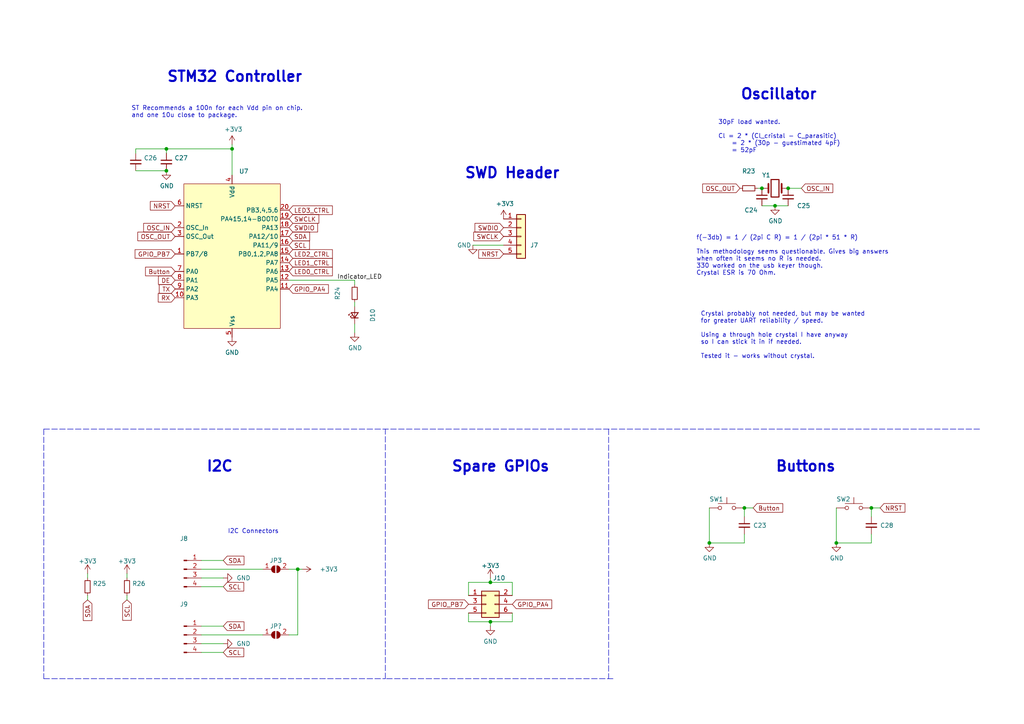
<source format=kicad_sch>
(kicad_sch (version 20211123) (generator eeschema)
  (paper "A4")
  (title_block (title "Plant Light LED Driver") (date "2022-10-05") (rev "0.2") (company "River Cat"))
  (lib_symbols
    (symbol "Connector:Conn_01x04_Male" (pin_names (offset 1.016) hide)
      (property "Reference" "J" (at 0 5.08 0))
      (property "Value" "Conn_01x04_Male" (at 0 -7.62 0))
      (symbol "Conn_01x04_Male_1_1"
        (polyline (pts (xy 1.27 -5.08) (xy 0.8636 -5.08)) (stroke (width 0.1524)))
        (polyline (pts (xy 1.27 -2.54) (xy 0.8636 -2.54)) (stroke (width 0.1524)))
        (polyline (pts (xy 1.27 0) (xy 0.8636 0)) (stroke (width 0.1524)))
        (polyline (pts (xy 1.27 2.54) (xy 0.8636 2.54)) (stroke (width 0.1524)))
        (rectangle (start 0.8636 -4.953) (end 0 -5.207) (stroke (width 0.1524)) (fill (type outline)))
        (rectangle (start 0.8636 -2.413) (end 0 -2.667) (stroke (width 0.1524)) (fill (type outline)))
        (rectangle (start 0.8636 0.127) (end 0 -0.127) (stroke (width 0.1524)) (fill (type outline)))
        (rectangle (start 0.8636 2.667) (end 0 2.413) (stroke (width 0.1524)) (fill (type outline)))
        (pin passive line (at 5.08 2.54 180) (length 3.81) (name "Pin_1") (number "1"))
        (pin passive line (at 5.08 0 180) (length 3.81) (name "Pin_2") (number "2"))
        (pin passive line (at 5.08 -2.54 180) (length 3.81) (name "Pin_3") (number "3"))
        (pin passive line (at 5.08 -5.08 180) (length 3.81) (name "Pin_4") (number "4"))
      )
    )
    (symbol "Connector_Generic:Conn_01x05" (pin_names (offset 1.016) hide)
      (property "Reference" "J" (at 0 7.62 0))
      (property "Value" "Conn_01x05" (at 0 -7.62 0))
      (symbol "Conn_01x05_1_1"
        (rectangle (start -1.27 -4.953) (end 0 -5.207) (stroke (width 0.1524)))
        (rectangle (start -1.27 -2.413) (end 0 -2.667) (stroke (width 0.1524)))
        (rectangle (start -1.27 0.127) (end 0 -0.127) (stroke (width 0.1524)))
        (rectangle (start -1.27 2.667) (end 0 2.413) (stroke (width 0.1524)))
        (rectangle (start -1.27 5.207) (end 0 4.953) (stroke (width 0.1524)))
        (rectangle (start -1.27 6.35) (end 1.27 -6.35) (stroke (width 0.254)) (fill (type background)))
        (pin passive line (at -5.08 5.08 0) (length 3.81) (name "Pin_1") (number "1"))
        (pin passive line (at -5.08 2.54 0) (length 3.81) (name "Pin_2") (number "2"))
        (pin passive line (at -5.08 0 0) (length 3.81) (name "Pin_3") (number "3"))
        (pin passive line (at -5.08 -2.54 0) (length 3.81) (name "Pin_4") (number "4"))
        (pin passive line (at -5.08 -5.08 0) (length 3.81) (name "Pin_5") (number "5"))
      )
    )
    (symbol "Connector_Generic:Conn_02x03_Odd_Even" (pin_names (offset 1.016) hide)
      (property "Reference" "J" (at 1.27 5.08 0))
      (property "Value" "Conn_02x03_Odd_Even" (at 1.27 -5.08 0))
      (symbol "Conn_02x03_Odd_Even_1_1"
        (rectangle (start -1.27 -2.413) (end 0 -2.667) (stroke (width 0.1524)))
        (rectangle (start -1.27 0.127) (end 0 -0.127) (stroke (width 0.1524)))
        (rectangle (start -1.27 2.667) (end 0 2.413) (stroke (width 0.1524)))
        (rectangle (start -1.27 3.81) (end 3.81 -3.81) (stroke (width 0.254)) (fill (type background)))
        (rectangle (start 3.81 -2.413) (end 2.54 -2.667) (stroke (width 0.1524)))
        (rectangle (start 3.81 0.127) (end 2.54 -0.127) (stroke (width 0.1524)))
        (rectangle (start 3.81 2.667) (end 2.54 2.413) (stroke (width 0.1524)))
        (pin passive line (at -5.08 2.54 0) (length 3.81) (name "Pin_1") (number "1"))
        (pin passive line (at 7.62 2.54 180) (length 3.81) (name "Pin_2") (number "2"))
        (pin passive line (at -5.08 0 0) (length 3.81) (name "Pin_3") (number "3"))
        (pin passive line (at 7.62 0 180) (length 3.81) (name "Pin_4") (number "4"))
        (pin passive line (at -5.08 -2.54 0) (length 3.81) (name "Pin_5") (number "5"))
        (pin passive line (at 7.62 -2.54 180) (length 3.81) (name "Pin_6") (number "6"))
      )
    )
    (symbol "Device:C_Small" (pin_numbers hide) (pin_names (offset 0.254) hide)
      (property "Reference" "C" (at 0.254 1.778 0))
      (property "Value" "C_Small" (at 0.254 -2.032 0))
      (symbol "C_Small_0_1"
        (polyline (pts (xy -1.524 -0.508) (xy 1.524 -0.508)) (stroke (width 0.3302)))
        (polyline (pts (xy -1.524 0.508) (xy 1.524 0.508)) (stroke (width 0.3048)))
      )
      (symbol "C_Small_1_1"
        (pin passive line (at 0 2.54 270) (length 2.032) (name "~") (number "1"))
        (pin passive line (at 0 -2.54 90) (length 2.032) (name "~") (number "2"))
      )
    )
    (symbol "Device:Crystal" (pin_numbers hide) (pin_names (offset 1.016) hide)
      (property "Reference" "Y" (at 0 3.81 0))
      (property "Value" "Crystal" (at 0 -3.81 0))
      (symbol "Crystal_0_1"
        (rectangle (start -1.143 2.54) (end 1.143 -2.54) (stroke (width 0.3048)))
        (polyline (pts (xy -2.54 0) (xy -1.905 0)))
        (polyline (pts (xy -1.905 -1.27) (xy -1.905 1.27)) (stroke (width 0.508)))
        (polyline (pts (xy 1.905 -1.27) (xy 1.905 1.27)) (stroke (width 0.508)))
        (polyline (pts (xy 2.54 0) (xy 1.905 0)))
      )
      (symbol "Crystal_1_1"
        (pin passive line (at -3.81 0 0) (length 1.27) (name "1") (number "1"))
        (pin passive line (at 3.81 0 180) (length 1.27) (name "2") (number "2"))
      )
    )
    (symbol "Device:LED_Small" (pin_numbers hide) (pin_names (offset 0.254) hide)
      (property "Reference" "D" (at -1.27 3.175 0))
      (property "Value" "LED_Small" (at -4.445 -2.54 0))
      (symbol "LED_Small_0_1"
        (polyline (pts (xy -0.762 -1.016) (xy -0.762 1.016)) (stroke (width 0.254)))
        (polyline (pts (xy 1.016 0) (xy -0.762 0)))
        (polyline (pts (xy 0.762 -1.016) (xy -0.762 0) (xy 0.762 1.016) (xy 0.762 -1.016)) (stroke (width 0.254)))
        (polyline (pts (xy 0 0.762) (xy -0.508 1.27) (xy -0.254 1.27) (xy -0.508 1.27) (xy -0.508 1.016)))
        (polyline (pts (xy 0.508 1.27) (xy 0 1.778) (xy 0.254 1.778) (xy 0 1.778) (xy 0 1.524)))
      )
      (symbol "LED_Small_1_1"
        (pin passive line (at -2.54 0 0) (length 1.778) (name "K") (number "1"))
        (pin passive line (at 2.54 0 180) (length 1.778) (name "A") (number "2"))
      )
    )
    (symbol "Device:R_Small" (pin_numbers hide) (pin_names (offset 0.254) hide)
      (property "Reference" "R" (at 0.762 0.508 0))
      (property "Value" "R_Small" (at 0.762 -1.016 0))
      (symbol "R_Small_0_1"
        (rectangle (start -0.762 1.778) (end 0.762 -1.778) (stroke (width 0.2032)))
      )
      (symbol "R_Small_1_1"
        (pin passive line (at 0 2.54 270) (length 0.762) (name "~") (number "1"))
        (pin passive line (at 0 -2.54 90) (length 0.762) (name "~") (number "2"))
      )
    )
    (symbol "Jumper:SolderJumper_2_Open" (pin_names (offset 0) hide)
      (property "Reference" "JP" (at 0 2.032 0))
      (property "Value" "SolderJumper_2_Open" (at 0 -2.54 0))
      (symbol "SolderJumper_2_Open_0_1"
        (arc (start -0.254 1.016) (mid -1.27 0) (end -0.254 -1.016))
        (arc (start -0.254 1.016) (mid -1.27 0) (end -0.254 -1.016) (fill (type outline)))
        (polyline (pts (xy -0.254 1.016) (xy -0.254 -1.016)))
        (polyline (pts (xy 0.254 1.016) (xy 0.254 -1.016)))
        (arc (start 0.254 -1.016) (mid 1.27 0) (end 0.254 1.016))
        (arc (start 0.254 -1.016) (mid 1.27 0) (end 0.254 1.016) (fill (type outline)))
      )
      (symbol "SolderJumper_2_Open_1_1"
        (pin passive line (at -3.81 0 0) (length 2.54) (name "A") (number "1"))
        (pin passive line (at 3.81 0 180) (length 2.54) (name "B") (number "2"))
      )
    )
    (symbol "Switch:SW_Push" (pin_numbers hide) (pin_names (offset 1.016) hide)
      (property "Reference" "SW" (at 1.27 2.54 0))
      (property "Value" "SW_Push" (at 0 -1.524 0))
      (symbol "SW_Push_0_1"
        (circle (center -2.032 0) (radius 0.508))
        (polyline (pts (xy 0 1.27) (xy 0 3.048)))
        (polyline (pts (xy 2.54 1.27) (xy -2.54 1.27)))
        (circle (center 2.032 0) (radius 0.508))
        (pin passive line (at -5.08 0 0) (length 2.54) (name "1") (number "1"))
        (pin passive line (at 5.08 0 180) (length 2.54) (name "2") (number "2"))
      )
    )
    (symbol "power:+3.3V" (power) (pin_names (offset 0))
      (property "Value" "+3.3V" (at 0 3.556 0))
      (symbol "+3.3V_0_1"
        (polyline (pts (xy -0.762 1.27) (xy 0 2.54)))
        (polyline (pts (xy 0 0) (xy 0 2.54)))
        (polyline (pts (xy 0 2.54) (xy 0.762 1.27)))
      )
      (symbol "+3.3V_1_1"
        (pin power_in line (at 0 0 90) (length 0) hide (name "+3V3") (number "1"))
      )
    )
    (symbol "power:GND" (power) (pin_names (offset 0))
      (property "Value" "GND" (at 0 -3.81 0))
      (symbol "GND_0_1"
        (polyline (pts (xy 0 0) (xy 0 -1.27) (xy 1.27 -1.27) (xy 0 -2.54) (xy -1.27 -1.27) (xy 0 -1.27)))
      )
      (symbol "GND_1_1"
        (pin power_in line (at 0 0 270) (length 0) hide (name "GND") (number "1"))
      )
    )
    (symbol "river:STM32G030Fx"
      (property "Reference" "U" (at 1.27 16.51 0))
      (property "Value" "STM32G030Fx" (at 6.35 19.05 0))
      (symbol "STM32G030Fx_0_1"
        (rectangle (start -8.89 53.34) (end 19.05 11.43) (stroke (width 0.1524)) (fill (type background)))
      )
      (symbol "STM32G030Fx_1_1"
        (pin passive line (at -11.43 33.02 0) (length 2.54) (name "PB7/8") (number "1"))
        (pin passive line (at -11.43 20.32 0) (length 2.54) (name "PA3") (number "10"))
        (pin passive line (at 21.59 22.86 180) (length 2.54) (name "PA4") (number "11"))
        (pin passive line (at 21.59 25.4 180) (length 2.54) (name "PA5") (number "12"))
        (pin passive line (at 21.59 27.94 180) (length 2.54) (name "PA6") (number "13"))
        (pin passive line (at 21.59 30.48 180) (length 2.54) (name "PA7") (number "14"))
        (pin passive line (at 21.59 33.02 180) (length 2.54) (name "PB0,1,2,PA8") (number "15"))
        (pin passive line (at 21.59 35.56 180) (length 2.54) (name "PA11/9") (number "16"))
        (pin passive line (at 21.59 38.1 180) (length 2.54) (name "PA12/10") (number "17"))
        (pin passive line (at 21.59 40.64 180) (length 2.54) (name "PA13") (number "18"))
        (pin passive line (at 21.59 43.18 180) (length 2.54) (name "PA415,14-BOOT0") (number "19"))
        (pin passive line (at -11.43 40.64 0) (length 2.54) (name "OSC_In") (number "2"))
        (pin passive line (at 21.59 45.72 180) (length 2.54) (name "PB3,4,5,6") (number "20"))
        (pin passive line (at -11.43 38.1 0) (length 2.54) (name "OSC_Out") (number "3"))
        (pin power_in line (at 5.08 55.88 270) (length 2.54) (name "Vdd") (number "4"))
        (pin power_in line (at 5.08 8.89 90) (length 2.54) (name "Vss") (number "5"))
        (pin input line (at -11.43 46.99 0) (length 2.54) (name "NRST") (number "6"))
        (pin passive line (at -11.43 27.94 0) (length 2.54) (name "PA0") (number "7"))
        (pin passive line (at -11.43 25.4 0) (length 2.54) (name "PA1") (number "8"))
        (pin passive line (at -11.43 22.86 0) (length 2.54) (name "PA2") (number "9"))
      )
    )
  )
  (junction (at 48.26 49.53))
  (junction (at 242.57 157.48))
  (junction (at 205.74 157.48))
  (junction (at 142.24 168.91))
  (junction (at 228.6 54.61))
  (junction (at 142.24 180.34))
  (junction (at 224.79 59.69))
  (junction (at 86.36 165.1))
  (junction (at 67.31 43.18))
  (junction (at 252.73 147.32))
  (junction (at 48.26 43.18))
  (junction (at 220.98 54.61))
  (junction (at 215.9 147.32))
  (wire (pts (xy 39.37 44.45) (xy 39.37 43.18)))
  (wire (pts (xy 148.59 168.91) (xy 148.59 172.72)))
  (polyline (pts (xy 111.76 196.85) (xy 111.76 124.46)))
  (wire (pts (xy 242.57 147.32) (xy 242.57 157.48)))
  (wire (pts (xy 25.4 172.72) (xy 25.4 173.99)))
  (wire (pts (xy 83.82 81.28) (xy 102.87 81.28)))
  (wire (pts (xy 58.42 186.69) (xy 64.77 186.69)))
  (wire (pts (xy 215.9 157.48) (xy 205.74 157.48)))
  (wire (pts (xy 252.73 157.48) (xy 252.73 154.94)))
  (wire (pts (xy 58.42 165.1) (xy 76.2 165.1)))
  (wire (pts (xy 228.6 59.69) (xy 224.79 59.69)))
  (wire (pts (xy 137.16 71.12) (xy 146.05 71.12)))
  (wire (pts (xy 142.24 180.34) (xy 135.89 180.34)))
  (wire (pts (xy 228.6 54.61) (xy 232.41 54.61)))
  (wire (pts (xy 58.42 162.56) (xy 64.77 162.56)))
  (wire (pts (xy 215.9 147.32) (xy 218.44 147.32)))
  (wire (pts (xy 142.24 168.91) (xy 135.89 168.91)))
  (wire (pts (xy 86.36 165.1) (xy 87.63 165.1)))
  (wire (pts (xy 135.89 180.34) (xy 135.89 177.8)))
  (wire (pts (xy 58.42 189.23) (xy 64.77 189.23)))
  (wire (pts (xy 67.31 43.18) (xy 67.31 50.8)))
  (wire (pts (xy 215.9 157.48) (xy 215.9 154.94)))
  (wire (pts (xy 58.42 181.61) (xy 64.77 181.61)))
  (wire (pts (xy 83.82 165.1) (xy 86.36 165.1)))
  (wire (pts (xy 205.74 147.32) (xy 205.74 157.48)))
  (wire (pts (xy 135.89 168.91) (xy 135.89 172.72)))
  (wire (pts (xy 102.87 88.9) (xy 102.87 87.63)))
  (polyline (pts (xy 176.53 124.46) (xy 176.53 196.85)))
  (wire (pts (xy 86.36 184.15) (xy 83.82 184.15)))
  (wire (pts (xy 67.31 41.91) (xy 67.31 43.18)))
  (wire (pts (xy 219.71 54.61) (xy 220.98 54.61)))
  (wire (pts (xy 252.73 147.32) (xy 255.27 147.32)))
  (wire (pts (xy 102.87 82.55) (xy 102.87 81.28)))
  (polyline (pts (xy 12.7 124.46) (xy 284.48 124.46)))
  (wire (pts (xy 142.24 167.64) (xy 142.24 168.91)))
  (wire (pts (xy 48.26 43.18) (xy 48.26 44.45)))
  (polyline (pts (xy 12.7 196.85) (xy 111.76 196.85)))
  (wire (pts (xy 36.83 172.72) (xy 36.83 173.99)))
  (wire (pts (xy 142.24 168.91) (xy 148.59 168.91)))
  (wire (pts (xy 148.59 177.8) (xy 148.59 180.34)))
  (wire (pts (xy 252.73 149.86) (xy 252.73 147.32)))
  (wire (pts (xy 142.24 180.34) (xy 142.24 181.61)))
  (wire (pts (xy 58.42 184.15) (xy 76.2 184.15)))
  (wire (pts (xy 25.4 166.37) (xy 25.4 167.64)))
  (wire (pts (xy 58.42 170.18) (xy 64.77 170.18)))
  (polyline (pts (xy 177.8 196.85) (xy 111.76 196.85)))
  (polyline (pts (xy 12.7 124.46) (xy 12.7 196.85)))
  (wire (pts (xy 36.83 166.37) (xy 36.83 167.64)))
  (wire (pts (xy 252.73 157.48) (xy 242.57 157.48)))
  (wire (pts (xy 58.42 167.64) (xy 64.77 167.64)))
  (wire (pts (xy 215.9 149.86) (xy 215.9 147.32)))
  (wire (pts (xy 102.87 96.52) (xy 102.87 93.98)))
  (wire (pts (xy 86.36 165.1) (xy 86.36 184.15)))
  (wire (pts (xy 39.37 49.53) (xy 48.26 49.53)))
  (wire (pts (xy 224.79 59.69) (xy 220.98 59.69)))
  (wire (pts (xy 39.37 43.18) (xy 48.26 43.18)))
  (wire (pts (xy 148.59 180.34) (xy 142.24 180.34)))
  (wire (pts (xy 48.26 43.18) (xy 67.31 43.18)))
  (text "ST Recommends a 100n for each Vdd pin on chip.\nand one 10u close to package." (at 38.1 34.29 0) (effects (font (size 1.27 1.27)) (justify left bottom)))
  (text "30pF load wanted.\n\nCl = 2 * (Cl_cristal - C_parasitic)\n    = 2 * (30p - guestimated 4pF)\n    = 52pF" (at 208.28 44.45 0) (effects (font (size 1.27 1.27)) (justify left bottom)))
  (text "STM32 Controller" (at 48.26 24.13 0) (effects (font (size 3 3) (thickness 0.6) bold) (justify left bottom)))
  (text "Spare GPIOs" (at 130.81 137.16 0) (effects (font (size 3 3) (thickness 0.6) bold) (justify left bottom)))
  (text "I2C" (at 59.69 137.16 0) (effects (font (size 3 3) (thickness 0.6) bold) (justify left bottom)))
  (text "I2C Connectors" (at 66.04 154.94 0) (effects (font (size 1.27 1.27)) (justify left bottom)))
  (text "Oscillator" (at 214.63 29.21 0) (effects (font (size 3 3) (thickness 0.6) bold) (justify left bottom)))
  (text "Crystal probably not needed, but may be wanted\nfor greater UART reliability / speed.\n\nUsing a through hole crystal I have anyway\nso I can stick it in if needed.\n\nTested it - works without crystal." (at 203.2 104.14 0) (effects (font (size 1.27 1.27)) (justify left bottom)))
  (text "f(-3db) = 1 / (2pi C R) = 1 / (2pi * 51 * R)\n\nThis methodology seems questionable. Gives big answers\nwhen often it seems no R is needed.\n330 worked on the usb keyer though.\nCrystal ESR is 70 Ohm." (at 201.93 80.01 0) (effects (font (size 1.27 1.27)) (justify left bottom)))
  (text "SWD Header" (at 134.62 52.07 0) (effects (font (size 3 3) (thickness 0.6) bold) (justify left bottom)))
  (text "Buttons" (at 224.79 137.16 0) (effects (font (size 3 3) (thickness 0.6) bold) (justify left bottom)))
  (label "Indicator_LED" (at 97.79 81.28 0))
  (global_label "Button" (shape input) (at 218.44 147.32 0) (property "Intersheet References" "${INTERSHEET_REFS}" (effects hide)))
  (global_label "SDA" (shape input) (at 25.4 173.99 270) (property "Intersheet References" "${INTERSHEET_REFS}" (effects hide)))
  (global_label "SWDIO" (shape input) (at 146.05 66.04 180) (property "Intersheet References" "${INTERSHEET_REFS}" (effects hide)))
  (global_label "GPIO_PB7" (shape input) (at 135.89 175.26 180) (property "Intersheet References" "${INTERSHEET_REFS}" (effects hide)))
  (global_label "Button" (shape input) (at 50.8 78.74 180) (property "Intersheet References" "${INTERSHEET_REFS}" (effects hide)))
  (global_label "SCL" (shape input) (at 83.82 71.12 0) (property "Intersheet References" "${INTERSHEET_REFS}" (effects hide)))
  (global_label "SCL" (shape input) (at 36.83 173.99 270) (property "Intersheet References" "${INTERSHEET_REFS}" (effects hide)))
  (global_label "LED1_CTRL" (shape input) (at 83.82 76.2 0) (property "Intersheet References" "${INTERSHEET_REFS}" (effects hide)))
  (global_label "OSC_OUT" (shape input) (at 214.63 54.61 180) (property "Intersheet References" "${INTERSHEET_REFS}" (effects hide)))
  (global_label "TX" (shape input) (at 50.8 83.82 180) (property "Intersheet References" "${INTERSHEET_REFS}" (effects hide)))
  (global_label "SWDIO" (shape input) (at 83.82 66.04 0) (property "Intersheet References" "${INTERSHEET_REFS}" (effects hide)))
  (global_label "NRST" (shape input) (at 50.8 59.69 180) (property "Intersheet References" "${INTERSHEET_REFS}" (effects hide)))
  (global_label "OSC_IN" (shape input) (at 50.8 66.04 180) (property "Intersheet References" "${INTERSHEET_REFS}" (effects hide)))
  (global_label "SCL" (shape input) (at 64.77 170.18 0) (property "Intersheet References" "${INTERSHEET_REFS}" (effects hide)))
  (global_label "GPIO_PA4" (shape input) (at 148.59 175.26 0) (property "Intersheet References" "${INTERSHEET_REFS}" (effects hide)))
  (global_label "GPIO_PB7" (shape input) (at 50.8 73.66 180) (property "Intersheet References" "${INTERSHEET_REFS}" (effects hide)))
  (global_label "SWCLK" (shape input) (at 83.82 63.5 0) (property "Intersheet References" "${INTERSHEET_REFS}" (effects hide)))
  (global_label "NRST" (shape input) (at 255.27 147.32 0) (property "Intersheet References" "${INTERSHEET_REFS}" (effects hide)))
  (global_label "OSC_OUT" (shape input) (at 50.8 68.58 180) (property "Intersheet References" "${INTERSHEET_REFS}" (effects hide)))
  (global_label "LED2_CTRL" (shape input) (at 83.82 73.66 0) (property "Intersheet References" "${INTERSHEET_REFS}" (effects hide)))
  (global_label "LED3_CTRL" (shape input) (at 83.82 60.96 0) (property "Intersheet References" "${INTERSHEET_REFS}" (effects hide)))
  (global_label "RX" (shape input) (at 50.8 86.36 180) (property "Intersheet References" "${INTERSHEET_REFS}" (effects hide)))
  (global_label "SDA" (shape input) (at 64.77 162.56 0) (property "Intersheet References" "${INTERSHEET_REFS}" (effects hide)))
  (global_label "DE" (shape input) (at 50.8 81.28 180) (property "Intersheet References" "${INTERSHEET_REFS}" (effects hide)))
  (global_label "SDA" (shape input) (at 64.77 181.61 0) (property "Intersheet References" "${INTERSHEET_REFS}" (effects hide)))
  (global_label "OSC_IN" (shape input) (at 232.41 54.61 0) (property "Intersheet References" "${INTERSHEET_REFS}" (effects hide)))
  (global_label "LED0_CTRL" (shape input) (at 83.82 78.74 0) (property "Intersheet References" "${INTERSHEET_REFS}" (effects hide)))
  (global_label "GPIO_PA4" (shape input) (at 83.82 83.82 0) (property "Intersheet References" "${INTERSHEET_REFS}" (effects hide)))
  (global_label "SCL" (shape input) (at 64.77 189.23 0) (property "Intersheet References" "${INTERSHEET_REFS}" (effects hide)))
  (global_label "SWCLK" (shape input) (at 146.05 68.58 180) (property "Intersheet References" "${INTERSHEET_REFS}" (effects hide)))
  (global_label "SDA" (shape input) (at 83.82 68.58 0) (property "Intersheet References" "${INTERSHEET_REFS}" (effects hide)))
  (global_label "NRST" (shape input) (at 146.05 73.66 180) (property "Intersheet References" "${INTERSHEET_REFS}" (effects hide)))
  (symbol (lib_id "power:GND") (at 64.77 167.64 90) (unit 1)
    (property "Reference" "#PWR021" (effects hide))
    (property "Value" "GND" (at 68.58 167.64 90) (effects (justify right)))
  )
  (symbol (lib_id "power:+3.3V") (at 67.31 41.91 0) (unit 1)
    (property "Reference" "#PWR09" (effects hide))
    (property "Value" "+3.3V" (at 67.691 37.5158 0))
  )
  (symbol (lib_id "Device:R_Small") (at 102.87 85.09 0) (unit 1)
    (property "Reference" "R24" (at 97.8916 85.09 90))
    (property "LCSC#" "C17590" (effects hide))
  )
  (symbol (lib_id "Device:C_Small") (at 220.98 57.15 0) (unit 1)
    (property "Reference" "C24" (at 215.9 60.96 0) (effects (justify left)))
    (property "Rapid#" "90-1078" (effects hide))
  )
  (symbol (lib_id "Device:Crystal") (at 224.79 54.61 0) (unit 1)
    (property "Reference" "Y1" (at 220.98 50.8 0) (effects (justify left)))
    (property "Rapid#" "90-1078" (effects hide))
  )
  (symbol (lib_id "Device:R_Small") (at 25.4 170.18 0) (unit 1)
    (property "Reference" "R25" (at 26.8986 169.2715 0) (effects (justify left)))
  )
  (symbol (lib_id "power:GND") (at 242.57 157.48 0) (unit 1)
    (property "Reference" "#PWR015" (effects hide))
    (property "Value" "GND" (at 242.697 161.8742 0))
  )
  (symbol (lib_id "power:GND") (at 224.79 59.69 0) (unit 1)
    (property "Reference" "#PWR010" (effects hide))
    (property "Value" "GND" (at 224.917 64.0842 0))
  )
  (symbol (lib_id "Device:C_Small") (at 252.73 152.4 0) (unit 1)
    (property "Reference" "C28" (at 255.27 152.4 0) (effects (justify left)))
    (property "Part#" "CL05B104KO5NNNC" (effects hide))
    (property "LCSC#" "C1525" (effects hide))
  )
  (symbol (lib_id "power:+3.3V") (at 25.4 166.37 0) (unit 1)
    (property "Reference" "#PWR019" (effects hide))
    (property "Value" "+3.3V" (at 25.4 162.7655 0))
  )
  (symbol (lib_id "power:GND") (at 205.74 157.48 0) (unit 1)
    (property "Reference" "#PWR012" (effects hide))
    (property "Value" "GND" (at 205.867 161.8742 0))
  )
  (symbol (lib_id "power:+3.3V") (at 146.05 63.5 0) (unit 1)
    (property "Reference" "#PWR013" (effects hide))
    (property "Value" "+3.3V" (at 146.431 59.1058 0))
  )
  (symbol (lib_id "power:GND") (at 137.16 71.12 0) (unit 1)
    (property "Reference" "#PWR014" (effects hide))
    (property "Value" "GND" (at 134.62 71.12 0))
  )
  (symbol (lib_id "Device:LED_Small") (at 102.87 91.44 90) (unit 1)
    (property "Reference" "D10" (at 108.077 91.44 0))
    (property "LCSC#" "C2297" (effects hide))
    (property "Colour" "Green" (effects hide))
  )
  (symbol (lib_id "Connector_Generic:Conn_01x05") (at 151.13 68.58 0) (unit 1)
    (property "Reference" "J7" (at 154.94 71.12 0))
  )
  (symbol (lib_id "power:GND") (at 102.87 96.52 0) (unit 1)
    (property "Reference" "#PWR016" (effects hide))
    (property "Value" "GND" (at 102.997 100.9142 0))
  )
  (symbol (lib_id "Switch:SW_Push") (at 210.82 147.32 0) (unit 1)
    (property "Reference" "SW1" (at 205.74 144.78 0) (effects (justify left)))
    (property "LCSC#" "C412369" (effects hide))
  )
  (symbol (lib_id "Connector:Conn_01x04_Male") (at 53.34 165.1 0) (unit 1)
    (property "Reference" "J8" (at 53.34 156.21 0))
  )
  (symbol (lib_id "Jumper:SolderJumper_2_Open") (at 80.01 184.15 0) (unit 1)
    (property "Reference" "JP?" (at 80.01 181.61 0))
  )
  (symbol (lib_id "power:GND") (at 48.26 49.53 0) (unit 1)
    (property "Reference" "#PWR011" (effects hide))
    (property "Value" "GND" (at 48.387 53.9242 0))
  )
  (symbol (lib_id "river:STM32G030Fx") (at 62.23 106.68 0) (unit 1)
    (property "Reference" "U7" (at 69.3294 49.691 0) (effects (justify left)))
    (property "Datasheet" "https://datasheet.lcsc.com/lcsc/2005192134_STMicroelectronics-STM32G030F6P6TR_C529330.pdf" (effects hide))
  )
  (symbol (lib_id "Device:C_Small") (at 215.9 152.4 0) (unit 1)
    (property "Reference" "C23" (at 218.44 152.4 0) (effects (justify left)))
    (property "Part#" "CL05B104KO5NNNC" (effects hide))
    (property "LCSC#" "C1525" (effects hide))
  )
  (symbol (lib_id "Connector:Conn_01x04_Male") (at 53.34 184.15 0) (unit 1)
    (property "Reference" "J9" (at 53.34 175.26 0))
  )
  (symbol (lib_id "power:+3.3V") (at 87.63 165.1 270) (unit 1)
    (property "Reference" "#PWR018" (effects hide))
    (property "Value" "+3.3V" (at 92.71 165.1 90) (effects (justify left)))
  )
  (symbol (lib_id "power:GND") (at 67.31 97.79 0) (unit 1)
    (property "Reference" "#PWR017" (effects hide))
    (property "Value" "GND" (at 67.31 102.2334 0))
  )
  (symbol (lib_id "Device:R_Small") (at 36.83 170.18 0) (unit 1)
    (property "Reference" "R26" (at 38.3286 169.2715 0) (effects (justify left)))
  )
  (symbol (lib_id "power:+3.3V") (at 36.83 166.37 0) (unit 1)
    (property "Reference" "#PWR020" (effects hide))
    (property "Value" "+3.3V" (at 36.83 162.7655 0))
  )
  (symbol (lib_id "Jumper:SolderJumper_2_Open") (at 80.01 165.1 0) (unit 1)
    (property "Reference" "JP3" (at 80.01 162.56 0))
  )
  (symbol (lib_id "Device:C_Small") (at 39.37 46.99 0) (unit 1)
    (property "Reference" "C26" (at 41.7068 45.8216 0) (effects (justify left)))
    (property "Part#" "CL21A106KAYNNNE" (effects hide))
    (property "LCSC#" "C15850" (effects hide))
  )
  (symbol (lib_id "power:GND") (at 64.77 186.69 90) (unit 1)
    (property "Reference" "#PWR0105" (effects hide))
    (property "Value" "GND" (at 68.58 186.69 90) (effects (justify right)))
  )
  (symbol (lib_id "Device:R_Small") (at 217.17 54.61 270) (unit 1)
    (property "Reference" "R23" (at 217.17 49.6316 90))
    (property "LCSC#" "C17630" (effects hide))
  )
  (symbol (lib_id "Device:C_Small") (at 228.6 57.15 0) (unit 1)
    (property "Reference" "C25" (at 231.14 59.69 0) (effects (justify left)))
    (property "Rapid#" "90-1078" (effects hide))
  )
  (symbol (lib_id "power:GND") (at 142.24 181.61 0) (unit 1)
    (property "Reference" "#PWR0101" (effects hide))
    (property "Value" "GND" (at 142.24 186.0534 0))
  )
  (symbol (lib_id "Device:C_Small") (at 48.26 46.99 0) (unit 1)
    (property "Reference" "C27" (at 50.5968 45.8216 0) (effects (justify left)))
    (property "Part#" "CL05B104KO5NNNC" (effects hide))
    (property "LCSC#" "C1525" (effects hide))
  )
  (symbol (lib_id "power:+3.3V") (at 142.24 167.64 0) (unit 1)
    (property "Reference" "#PWR0102" (effects hide))
    (property "Value" "+3.3V" (at 142.24 164.0642 0))
  )
  (symbol (lib_id "Connector_Generic:Conn_02x03_Odd_Even") (at 140.97 175.26 0) (unit 1)
    (property "Reference" "J10" (at 144.78 167.64 0))
  )
  (symbol (lib_id "Switch:SW_Push") (at 247.65 147.32 0) (unit 1)
    (property "Reference" "SW2" (at 242.57 144.78 0) (effects (justify left)))
    (property "LCSC#" "C412369" (effects hide))
  )
)
</source>
